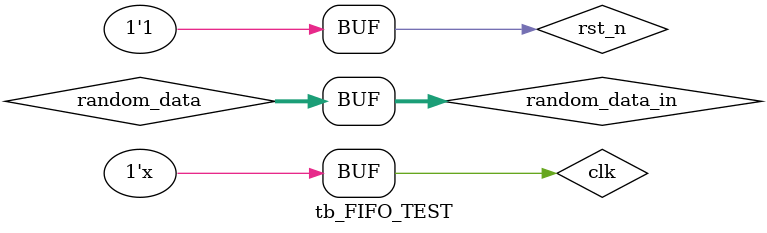
<source format=sv>

`timescale 1ns/1ps
module tb_FIFO_TEST (); /* this is automatically generated */

	reg clk;
	reg rst_n;

	initial begin
		clk = 1'd0;
		rst_n = 1'd0;
		#14
		rst_n = 1'd1;
	end

	always #10 clk <= ~clk;

	reg [15:0] random_data;
	reg [15:0] random_data_in;

	always@(posedge clk or negedge rst_n) begin
		if(~rst_n) begin
			random_data <= 16'd0;
		end else begin
			random_data <= {$random} % 256;
		end
	end

	assign random_data_in = random_data;

	// (*NOTE*) replace reset, clock, others
	FIFO_TEST inst_FIFO_TEST (.clk(clk), .rst_n(rst_n), .random_data(random_data_in));

	
endmodule

</source>
